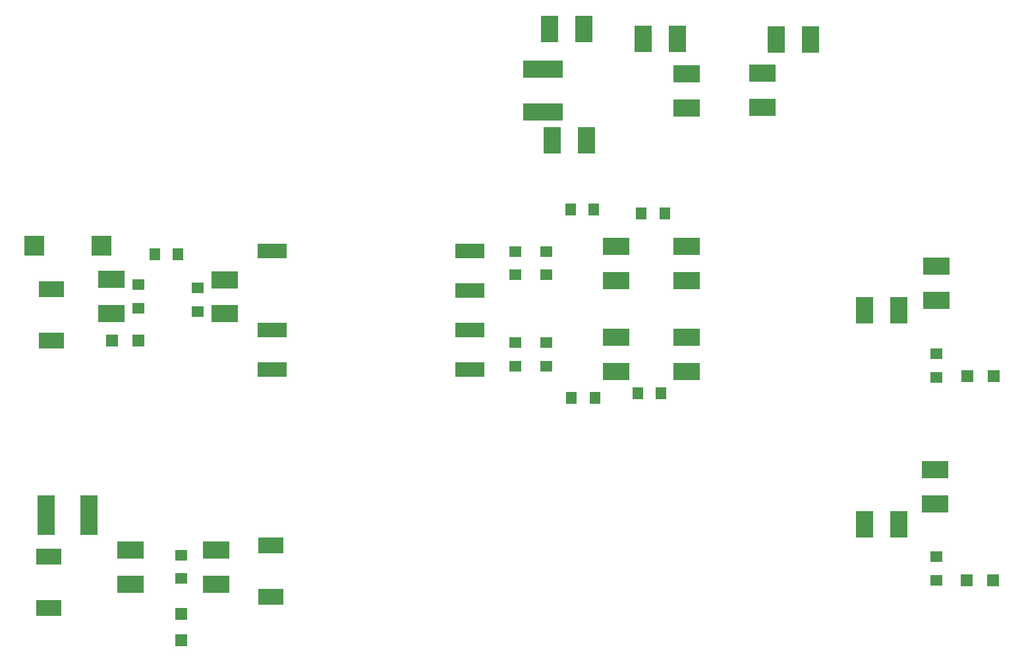
<source format=gtp>
G04*
G04 #@! TF.GenerationSoftware,Altium Limited,Altium Designer,24.2.2 (26)*
G04*
G04 Layer_Color=8421504*
%FSLAX44Y44*%
%MOMM*%
G71*
G04*
G04 #@! TF.SameCoordinates,1BD910DE-209E-4C6D-8DAE-2763C1CA0569*
G04*
G04*
G04 #@! TF.FilePolarity,Positive*
G04*
G01*
G75*
%ADD21R,3.3020X1.6510*%
%ADD22R,3.3020X1.7780*%
%ADD23R,3.5560X1.6510*%
%ADD24R,3.5560X1.7780*%
%ADD25R,3.4290X1.6510*%
%ADD26R,2.2860X2.2860*%
%ADD27R,3.8100X1.9050*%
%ADD28R,1.5240X1.5240*%
%ADD29R,1.5240X1.5240*%
%ADD30R,3.2000X2.0000*%
%ADD31R,2.5400X2.5400*%
%ADD32R,5.1000X2.3000*%
%ADD33R,1.6000X1.4000*%
%ADD34R,3.4000X2.3000*%
%ADD35R,2.3000X5.1000*%
%ADD36R,2.3000X3.4000*%
%ADD37R,1.4000X1.6000*%
D21*
X746000Y587135D02*
D03*
D22*
Y535700D02*
D03*
D23*
Y484265D02*
D03*
D24*
Y434100D02*
D03*
X492000Y484900D02*
D03*
Y586500D02*
D03*
D25*
X492635Y433465D02*
D03*
D26*
X272580Y592600D02*
D03*
X186220D02*
D03*
D27*
X746000Y484900D02*
D03*
X492000Y434100D02*
D03*
X746000Y586500D02*
D03*
X492000D02*
D03*
Y484900D02*
D03*
X746000Y535700D02*
D03*
Y434100D02*
D03*
D28*
X286110Y470600D02*
D03*
X320400D02*
D03*
X1418290Y163000D02*
D03*
X1384000D02*
D03*
X1419290Y425000D02*
D03*
X1385000D02*
D03*
D29*
X375000Y85710D02*
D03*
Y120000D02*
D03*
D30*
X208000Y471260D02*
D03*
Y537340D02*
D03*
X205000Y193040D02*
D03*
Y126960D02*
D03*
X490000Y208040D02*
D03*
Y141960D02*
D03*
D31*
X272580Y592600D02*
D03*
X186220D02*
D03*
D32*
X840000Y820000D02*
D03*
Y765000D02*
D03*
D33*
X320400Y512600D02*
D03*
Y542600D02*
D03*
X396400Y538600D02*
D03*
Y508600D02*
D03*
X844000Y555300D02*
D03*
Y585300D02*
D03*
X375000Y195000D02*
D03*
Y165000D02*
D03*
X1345000Y163000D02*
D03*
Y193000D02*
D03*
Y454000D02*
D03*
Y424000D02*
D03*
X804000Y555300D02*
D03*
Y585300D02*
D03*
Y468300D02*
D03*
Y438300D02*
D03*
X844000Y468300D02*
D03*
Y438300D02*
D03*
D34*
X934000Y431300D02*
D03*
Y475300D02*
D03*
X310000Y202000D02*
D03*
Y158000D02*
D03*
X420000D02*
D03*
Y202000D02*
D03*
X285400Y505600D02*
D03*
Y549600D02*
D03*
X1344000Y305000D02*
D03*
Y261000D02*
D03*
X1345000Y523000D02*
D03*
Y567000D02*
D03*
X431000Y505300D02*
D03*
Y549300D02*
D03*
X934000Y592300D02*
D03*
Y548300D02*
D03*
X1024000D02*
D03*
Y592300D02*
D03*
Y431300D02*
D03*
Y475300D02*
D03*
X1122000Y815000D02*
D03*
Y771000D02*
D03*
X1024000Y770000D02*
D03*
Y814000D02*
D03*
D35*
X201400Y246600D02*
D03*
X256400D02*
D03*
D36*
X851400Y728600D02*
D03*
X895400D02*
D03*
X968400Y858600D02*
D03*
X1012400D02*
D03*
X1139400Y857600D02*
D03*
X1183400D02*
D03*
X1297000Y235000D02*
D03*
X1253000D02*
D03*
Y510000D02*
D03*
X1297000D02*
D03*
X892600Y871600D02*
D03*
X848600D02*
D03*
D37*
X341000Y582300D02*
D03*
X371000D02*
D03*
X905400Y639600D02*
D03*
X875400D02*
D03*
X966400Y634600D02*
D03*
X996400D02*
D03*
X906400Y397600D02*
D03*
X876400D02*
D03*
X961400Y403600D02*
D03*
X991400D02*
D03*
M02*

</source>
